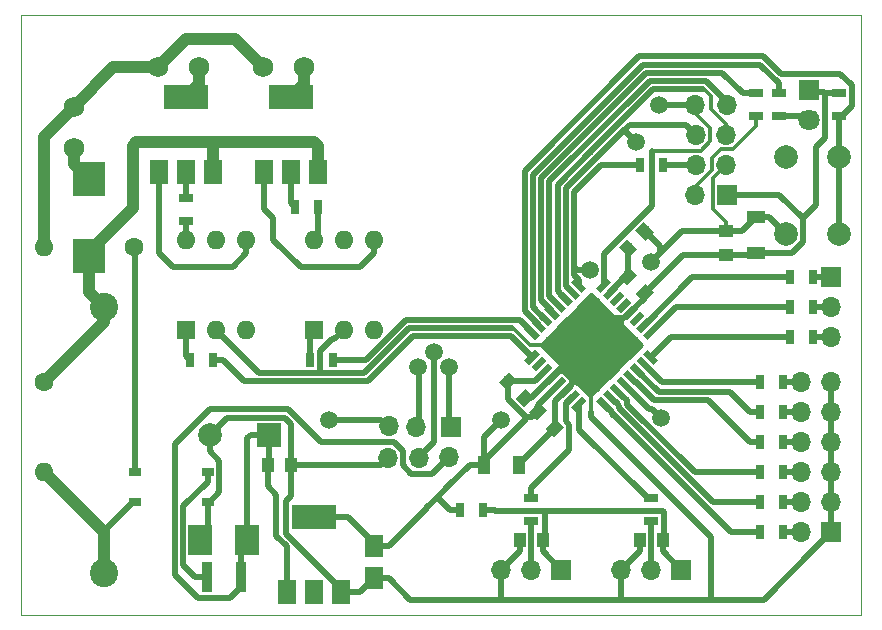
<source format=gbr>
G04 #@! TF.GenerationSoftware,KiCad,Pcbnew,(5.1.2)-1*
G04 #@! TF.CreationDate,2020-06-04T19:21:38+03:00*
G04 #@! TF.ProjectId,alpha,616c7068-612e-46b6-9963-61645f706362,rev?*
G04 #@! TF.SameCoordinates,Original*
G04 #@! TF.FileFunction,Copper,L2,Bot*
G04 #@! TF.FilePolarity,Positive*
%FSLAX46Y46*%
G04 Gerber Fmt 4.6, Leading zero omitted, Abs format (unit mm)*
G04 Created by KiCad (PCBNEW (5.1.2)-1) date 2020-06-04 19:21:38*
%MOMM*%
%LPD*%
G04 APERTURE LIST*
%ADD10C,0.050000*%
%ADD11R,0.700000X1.300000*%
%ADD12R,1.700000X1.700000*%
%ADD13O,1.700000X1.700000*%
%ADD14R,1.800000X1.800000*%
%ADD15C,1.800000*%
%ADD16C,2.000000*%
%ADD17C,1.600000*%
%ADD18O,1.600000X1.600000*%
%ADD19R,1.000000X1.250000*%
%ADD20C,1.000000*%
%ADD21C,0.100000*%
%ADD22C,2.400000*%
%ADD23R,2.000000X2.000000*%
%ADD24R,1.500000X1.950000*%
%ADD25R,1.000000X1.600000*%
%ADD26R,1.600000X1.000000*%
%ADD27R,1.250000X1.000000*%
%ADD28C,1.750000*%
%ADD29R,1.300000X0.700000*%
%ADD30C,0.558800*%
%ADD31R,1.600000X1.600000*%
%ADD32R,1.500000X2.000000*%
%ADD33R,3.800000X2.000000*%
%ADD34R,1.000000X0.640000*%
%ADD35R,1.200000X1.200000*%
%ADD36R,2.000000X2.500000*%
%ADD37R,0.900000X2.500000*%
%ADD38R,2.800000X3.000000*%
%ADD39C,1.500000*%
%ADD40C,0.300000*%
%ADD41C,0.500000*%
%ADD42C,1.000000*%
%ADD43C,0.254000*%
G04 APERTURE END LIST*
D10*
X116840000Y-121920000D02*
X116840000Y-71120000D01*
X187960000Y-121920000D02*
X116840000Y-121920000D01*
X187960000Y-71120000D02*
X187960000Y-121920000D01*
X116840000Y-71120000D02*
X187960000Y-71120000D01*
D11*
X153990000Y-113030000D03*
X155890000Y-113030000D03*
D12*
X176630000Y-86360000D03*
D13*
X176530000Y-83820000D03*
X176530000Y-81280000D03*
X176630000Y-78740000D03*
X173890000Y-78740000D03*
X173990000Y-81280000D03*
X173990000Y-83820000D03*
X173890000Y-86360000D03*
D14*
X183515000Y-77470000D03*
D15*
X183515000Y-80010000D03*
D16*
X186055000Y-89685000D03*
X181555000Y-89685000D03*
X186055000Y-83185000D03*
X181555000Y-83185000D03*
D17*
X118745000Y-102235000D03*
D18*
X118745000Y-109855000D03*
D19*
X137700000Y-109220000D03*
X139700000Y-109220000D03*
D17*
X126365000Y-90805000D03*
D18*
X118745000Y-90805000D03*
D20*
X168202893Y-93272893D03*
D21*
G36*
X168998388Y-93184505D02*
G01*
X168114505Y-94068388D01*
X167407398Y-93361281D01*
X168291281Y-92477398D01*
X168998388Y-93184505D01*
X168998388Y-93184505D01*
G37*
D20*
X169617107Y-94687107D03*
D21*
G36*
X170412602Y-94598719D02*
G01*
X169528719Y-95482602D01*
X168821612Y-94775495D01*
X169705495Y-93891612D01*
X170412602Y-94598719D01*
X170412602Y-94598719D01*
G37*
D22*
X123825000Y-118385000D03*
X123825000Y-95885000D03*
D16*
X132795000Y-106680000D03*
D23*
X137795000Y-106680000D03*
D24*
X146685000Y-118850000D03*
X146685000Y-116100000D03*
D25*
X158980000Y-109220000D03*
X155980000Y-109220000D03*
D20*
X159457107Y-103577107D03*
D21*
G36*
X158661612Y-103665495D02*
G01*
X159545495Y-102781612D01*
X160252602Y-103488719D01*
X159368719Y-104372602D01*
X158661612Y-103665495D01*
X158661612Y-103665495D01*
G37*
D20*
X158042893Y-102162893D03*
D21*
G36*
X157247398Y-102251281D02*
G01*
X158131281Y-101367398D01*
X158838388Y-102074505D01*
X157954505Y-102958388D01*
X157247398Y-102251281D01*
X157247398Y-102251281D01*
G37*
D20*
X160582893Y-104702893D03*
D21*
G36*
X159787398Y-104791281D02*
G01*
X160671281Y-103907398D01*
X161378388Y-104614505D01*
X160494505Y-105498388D01*
X159787398Y-104791281D01*
X159787398Y-104791281D01*
G37*
D20*
X161997107Y-106117107D03*
D21*
G36*
X161201612Y-106205495D02*
G01*
X162085495Y-105321612D01*
X162792602Y-106028719D01*
X161908719Y-106912602D01*
X161201612Y-106205495D01*
X161201612Y-106205495D01*
G37*
D19*
X169180000Y-115570000D03*
X171180000Y-115570000D03*
X161020000Y-115570000D03*
X159020000Y-115570000D03*
D26*
X179070000Y-88265000D03*
X179070000Y-91265000D03*
D27*
X176530000Y-89440000D03*
X176530000Y-91440000D03*
D13*
X167640000Y-118110000D03*
X170180000Y-118110000D03*
D12*
X172720000Y-118110000D03*
D13*
X157480000Y-118110000D03*
X160020000Y-118110000D03*
D12*
X162560000Y-118110000D03*
X185420000Y-93345000D03*
D13*
X185420000Y-95885000D03*
X185420000Y-98425000D03*
D28*
X121285000Y-82395000D03*
X121285000Y-78895000D03*
X131925000Y-75565000D03*
X128425000Y-75565000D03*
X137315000Y-75565000D03*
X140815000Y-75565000D03*
D20*
X168202893Y-90877107D03*
D21*
G36*
X168114505Y-90081612D02*
G01*
X168998388Y-90965495D01*
X168291281Y-91672602D01*
X167407398Y-90788719D01*
X168114505Y-90081612D01*
X168114505Y-90081612D01*
G37*
D20*
X169617107Y-89462893D03*
D21*
G36*
X169528719Y-88667398D02*
G01*
X170412602Y-89551281D01*
X169705495Y-90258388D01*
X168821612Y-89374505D01*
X169528719Y-88667398D01*
X169528719Y-88667398D01*
G37*
D29*
X186055000Y-77790000D03*
X186055000Y-79690000D03*
D11*
X179390000Y-114935000D03*
X181290000Y-114935000D03*
X181930000Y-95885000D03*
X183830000Y-95885000D03*
X179390000Y-102235000D03*
X181290000Y-102235000D03*
X179390000Y-107315000D03*
X181290000Y-107315000D03*
D29*
X160020000Y-113980000D03*
X160020000Y-112080000D03*
X179070000Y-77790000D03*
X179070000Y-79690000D03*
D11*
X171130000Y-83820000D03*
X169230000Y-83820000D03*
X181290000Y-112395000D03*
X179390000Y-112395000D03*
X183830000Y-93345000D03*
X181930000Y-93345000D03*
X183830000Y-98425000D03*
X181930000Y-98425000D03*
X181290000Y-104775000D03*
X179390000Y-104775000D03*
X181290000Y-109855000D03*
X179390000Y-109855000D03*
D29*
X170180000Y-112080000D03*
X170180000Y-113980000D03*
D11*
X131130000Y-100330000D03*
X133030000Y-100330000D03*
X141290000Y-100330000D03*
X143190000Y-100330000D03*
D29*
X130810000Y-88580000D03*
X130810000Y-86680000D03*
D11*
X141920000Y-87376000D03*
X140020000Y-87376000D03*
D30*
X164043922Y-104074575D03*
D21*
G36*
X163792475Y-104721153D02*
G01*
X163397344Y-104326022D01*
X164295369Y-103427997D01*
X164690500Y-103823128D01*
X163792475Y-104721153D01*
X163792475Y-104721153D01*
G37*
D30*
X163478166Y-103508819D03*
D21*
G36*
X163226719Y-104155397D02*
G01*
X162831588Y-103760266D01*
X163729613Y-102862241D01*
X164124744Y-103257372D01*
X163226719Y-104155397D01*
X163226719Y-104155397D01*
G37*
D30*
X162912410Y-102943063D03*
D21*
G36*
X162660963Y-103589641D02*
G01*
X162265832Y-103194510D01*
X163163857Y-102296485D01*
X163558988Y-102691616D01*
X162660963Y-103589641D01*
X162660963Y-103589641D01*
G37*
D30*
X162346653Y-102377307D03*
D21*
G36*
X162095206Y-103023885D02*
G01*
X161700075Y-102628754D01*
X162598100Y-101730729D01*
X162993231Y-102125860D01*
X162095206Y-103023885D01*
X162095206Y-103023885D01*
G37*
D30*
X161782693Y-101813347D03*
D21*
G36*
X161531246Y-102459925D02*
G01*
X161136115Y-102064794D01*
X162034140Y-101166769D01*
X162429271Y-101561900D01*
X161531246Y-102459925D01*
X161531246Y-102459925D01*
G37*
D30*
X161216937Y-101247590D03*
D21*
G36*
X160965490Y-101894168D02*
G01*
X160570359Y-101499037D01*
X161468384Y-100601012D01*
X161863515Y-100996143D01*
X160965490Y-101894168D01*
X160965490Y-101894168D01*
G37*
D30*
X160651181Y-100681834D03*
D21*
G36*
X160399734Y-101328412D02*
G01*
X160004603Y-100933281D01*
X160902628Y-100035256D01*
X161297759Y-100430387D01*
X160399734Y-101328412D01*
X160399734Y-101328412D01*
G37*
D30*
X160085425Y-100116078D03*
D21*
G36*
X159833978Y-100762656D02*
G01*
X159438847Y-100367525D01*
X160336872Y-99469500D01*
X160732003Y-99864631D01*
X159833978Y-100762656D01*
X159833978Y-100762656D01*
G37*
D30*
X160085425Y-98003922D03*
D21*
G36*
X160336872Y-98650500D02*
G01*
X159438847Y-97752475D01*
X159833978Y-97357344D01*
X160732003Y-98255369D01*
X160336872Y-98650500D01*
X160336872Y-98650500D01*
G37*
D30*
X160651181Y-97438166D03*
D21*
G36*
X160902628Y-98084744D02*
G01*
X160004603Y-97186719D01*
X160399734Y-96791588D01*
X161297759Y-97689613D01*
X160902628Y-98084744D01*
X160902628Y-98084744D01*
G37*
D30*
X161216937Y-96872410D03*
D21*
G36*
X161468384Y-97518988D02*
G01*
X160570359Y-96620963D01*
X160965490Y-96225832D01*
X161863515Y-97123857D01*
X161468384Y-97518988D01*
X161468384Y-97518988D01*
G37*
D30*
X161782693Y-96306653D03*
D21*
G36*
X162034140Y-96953231D02*
G01*
X161136115Y-96055206D01*
X161531246Y-95660075D01*
X162429271Y-96558100D01*
X162034140Y-96953231D01*
X162034140Y-96953231D01*
G37*
D30*
X162346653Y-95742693D03*
D21*
G36*
X162598100Y-96389271D02*
G01*
X161700075Y-95491246D01*
X162095206Y-95096115D01*
X162993231Y-95994140D01*
X162598100Y-96389271D01*
X162598100Y-96389271D01*
G37*
D30*
X162912410Y-95176937D03*
D21*
G36*
X163163857Y-95823515D02*
G01*
X162265832Y-94925490D01*
X162660963Y-94530359D01*
X163558988Y-95428384D01*
X163163857Y-95823515D01*
X163163857Y-95823515D01*
G37*
D30*
X163478166Y-94611181D03*
D21*
G36*
X163729613Y-95257759D02*
G01*
X162831588Y-94359734D01*
X163226719Y-93964603D01*
X164124744Y-94862628D01*
X163729613Y-95257759D01*
X163729613Y-95257759D01*
G37*
D30*
X164043922Y-94045425D03*
D21*
G36*
X164295369Y-94692003D02*
G01*
X163397344Y-93793978D01*
X163792475Y-93398847D01*
X164690500Y-94296872D01*
X164295369Y-94692003D01*
X164295369Y-94692003D01*
G37*
D30*
X166156078Y-94045425D03*
D21*
G36*
X165904631Y-94692003D02*
G01*
X165509500Y-94296872D01*
X166407525Y-93398847D01*
X166802656Y-93793978D01*
X165904631Y-94692003D01*
X165904631Y-94692003D01*
G37*
D30*
X166721834Y-94611181D03*
D21*
G36*
X166470387Y-95257759D02*
G01*
X166075256Y-94862628D01*
X166973281Y-93964603D01*
X167368412Y-94359734D01*
X166470387Y-95257759D01*
X166470387Y-95257759D01*
G37*
D30*
X167287590Y-95176937D03*
D21*
G36*
X167036143Y-95823515D02*
G01*
X166641012Y-95428384D01*
X167539037Y-94530359D01*
X167934168Y-94925490D01*
X167036143Y-95823515D01*
X167036143Y-95823515D01*
G37*
D30*
X167853347Y-95742693D03*
D21*
G36*
X167601900Y-96389271D02*
G01*
X167206769Y-95994140D01*
X168104794Y-95096115D01*
X168499925Y-95491246D01*
X167601900Y-96389271D01*
X167601900Y-96389271D01*
G37*
D30*
X168417307Y-96306653D03*
D21*
G36*
X168165860Y-96953231D02*
G01*
X167770729Y-96558100D01*
X168668754Y-95660075D01*
X169063885Y-96055206D01*
X168165860Y-96953231D01*
X168165860Y-96953231D01*
G37*
D30*
X168983063Y-96872410D03*
D21*
G36*
X168731616Y-97518988D02*
G01*
X168336485Y-97123857D01*
X169234510Y-96225832D01*
X169629641Y-96620963D01*
X168731616Y-97518988D01*
X168731616Y-97518988D01*
G37*
D30*
X169548819Y-97438166D03*
D21*
G36*
X169297372Y-98084744D02*
G01*
X168902241Y-97689613D01*
X169800266Y-96791588D01*
X170195397Y-97186719D01*
X169297372Y-98084744D01*
X169297372Y-98084744D01*
G37*
D30*
X170114575Y-98003922D03*
D21*
G36*
X169863128Y-98650500D02*
G01*
X169467997Y-98255369D01*
X170366022Y-97357344D01*
X170761153Y-97752475D01*
X169863128Y-98650500D01*
X169863128Y-98650500D01*
G37*
D30*
X170114575Y-100116078D03*
D21*
G36*
X170366022Y-100762656D02*
G01*
X169467997Y-99864631D01*
X169863128Y-99469500D01*
X170761153Y-100367525D01*
X170366022Y-100762656D01*
X170366022Y-100762656D01*
G37*
D30*
X169548819Y-100681834D03*
D21*
G36*
X169800266Y-101328412D02*
G01*
X168902241Y-100430387D01*
X169297372Y-100035256D01*
X170195397Y-100933281D01*
X169800266Y-101328412D01*
X169800266Y-101328412D01*
G37*
D30*
X168983063Y-101247590D03*
D21*
G36*
X169234510Y-101894168D02*
G01*
X168336485Y-100996143D01*
X168731616Y-100601012D01*
X169629641Y-101499037D01*
X169234510Y-101894168D01*
X169234510Y-101894168D01*
G37*
D30*
X168417307Y-101813347D03*
D21*
G36*
X168668754Y-102459925D02*
G01*
X167770729Y-101561900D01*
X168165860Y-101166769D01*
X169063885Y-102064794D01*
X168668754Y-102459925D01*
X168668754Y-102459925D01*
G37*
D30*
X167853347Y-102377307D03*
D21*
G36*
X168104794Y-103023885D02*
G01*
X167206769Y-102125860D01*
X167601900Y-101730729D01*
X168499925Y-102628754D01*
X168104794Y-103023885D01*
X168104794Y-103023885D01*
G37*
D30*
X167287590Y-102943063D03*
D21*
G36*
X167539037Y-103589641D02*
G01*
X166641012Y-102691616D01*
X167036143Y-102296485D01*
X167934168Y-103194510D01*
X167539037Y-103589641D01*
X167539037Y-103589641D01*
G37*
D30*
X166721834Y-103508819D03*
D21*
G36*
X166973281Y-104155397D02*
G01*
X166075256Y-103257372D01*
X166470387Y-102862241D01*
X167368412Y-103760266D01*
X166973281Y-104155397D01*
X166973281Y-104155397D01*
G37*
D30*
X166156078Y-104074575D03*
D21*
G36*
X166407525Y-104721153D02*
G01*
X165509500Y-103823128D01*
X165904631Y-103427997D01*
X166802656Y-104326022D01*
X166407525Y-104721153D01*
X166407525Y-104721153D01*
G37*
D31*
X130810000Y-97790000D03*
D18*
X135890000Y-90170000D03*
X133350000Y-97790000D03*
X133350000Y-90170000D03*
X135890000Y-97790000D03*
X130810000Y-90170000D03*
X141605000Y-90170000D03*
X146685000Y-97790000D03*
X144145000Y-90170000D03*
X144145000Y-97790000D03*
X146685000Y-90170000D03*
D31*
X141605000Y-97790000D03*
D32*
X143905000Y-119990000D03*
X139305000Y-119990000D03*
X141605000Y-119990000D03*
D33*
X141605000Y-113690000D03*
D32*
X133110000Y-84430000D03*
X128510000Y-84430000D03*
X130810000Y-84430000D03*
D33*
X130810000Y-78130000D03*
X139700000Y-78130000D03*
D32*
X139700000Y-84430000D03*
X137400000Y-84430000D03*
X142000000Y-84430000D03*
D34*
X132615000Y-112395000D03*
X132615000Y-109855000D03*
X126465000Y-109855000D03*
X126465000Y-112395000D03*
D13*
X182880000Y-102235000D03*
X185420000Y-102235000D03*
X182880000Y-104775000D03*
X185420000Y-104775000D03*
X182880000Y-107315000D03*
X185420000Y-107315000D03*
X182880000Y-109855000D03*
X185420000Y-109855000D03*
X182880000Y-112395000D03*
X185420000Y-112395000D03*
X182880000Y-114935000D03*
D12*
X185420000Y-114935000D03*
D35*
X183515000Y-77640000D03*
X183515000Y-79840000D03*
D29*
X180975000Y-79690000D03*
X180975000Y-77790000D03*
D36*
X131985000Y-115570000D03*
X135985000Y-115570000D03*
D13*
X147855000Y-108685000D03*
X147955000Y-105945000D03*
X150495000Y-108685000D03*
X150295000Y-106045000D03*
X153035000Y-108585000D03*
D12*
X153235000Y-106045000D03*
D37*
X132535000Y-118745000D03*
X135435000Y-118745000D03*
D38*
X122555000Y-85015000D03*
X122555000Y-91515000D03*
D39*
X157480000Y-105410000D03*
X170180000Y-92075000D03*
X150395001Y-100965000D03*
X170815000Y-78740000D03*
X170993495Y-105231505D03*
X153035000Y-100965000D03*
X168910000Y-81915000D03*
X151765000Y-99695000D03*
X142875000Y-105410000D03*
X164956078Y-92710000D03*
D40*
X161290000Y-99060000D02*
X159877889Y-99060000D01*
X159877889Y-99060000D02*
X158361444Y-97543555D01*
D41*
X168060122Y-93272893D02*
X168202893Y-93272893D01*
X166721834Y-94611181D02*
X168060122Y-93272893D01*
X168202893Y-90877107D02*
X168202893Y-93272893D01*
X185420000Y-114935000D02*
X185420000Y-112395000D01*
X185420000Y-109855000D02*
X185420000Y-112395000D01*
X185420000Y-109855000D02*
X185420000Y-107315000D01*
X185420000Y-107315000D02*
X185420000Y-102235000D01*
X167897585Y-96826375D02*
X168417307Y-96306653D01*
X167884679Y-96839281D02*
X167897585Y-96826375D01*
X166756759Y-96839281D02*
X167884679Y-96839281D01*
X162784501Y-101280719D02*
X162315321Y-101280719D01*
X163443242Y-101939460D02*
X162784501Y-101280719D01*
X163443242Y-102412231D02*
X163443242Y-101939460D01*
X162315321Y-101280719D02*
X162278020Y-101318020D01*
X162912410Y-102943063D02*
X163443242Y-102412231D01*
X161782693Y-101813347D02*
X162278020Y-101318020D01*
X162278020Y-101318020D02*
X166756759Y-96839281D01*
X160018933Y-103577107D02*
X161782693Y-101813347D01*
X159457107Y-103577107D02*
X160018933Y-103577107D01*
X161997107Y-103858366D02*
X162912410Y-102943063D01*
X161997107Y-106117107D02*
X161997107Y-103858366D01*
X158980000Y-109134214D02*
X161997107Y-106117107D01*
X158980000Y-109220000D02*
X158980000Y-109134214D01*
X157480000Y-118110000D02*
X157480000Y-120650000D01*
X167640000Y-118110000D02*
X167640000Y-120650000D01*
X169180000Y-116570000D02*
X167640000Y-118110000D01*
X169180000Y-115570000D02*
X169180000Y-116570000D01*
X159020000Y-116570000D02*
X157480000Y-118110000D01*
X159020000Y-115570000D02*
X159020000Y-116570000D01*
X169617107Y-95106853D02*
X169617107Y-94687107D01*
X168417307Y-96306653D02*
X169617107Y-95106853D01*
X183515000Y-77640000D02*
X184615000Y-77640000D01*
X184755000Y-77640000D02*
X184615000Y-77640000D01*
X184905000Y-77790000D02*
X184755000Y-77640000D01*
X186055000Y-77790000D02*
X184905000Y-77790000D01*
X132615000Y-114940000D02*
X131350000Y-116205000D01*
X139700000Y-108095000D02*
X139700000Y-109220000D01*
X139700000Y-105774998D02*
X139700000Y-108095000D01*
X139155001Y-105229999D02*
X139700000Y-105774998D01*
X134245001Y-105229999D02*
X139155001Y-105229999D01*
X132795000Y-106680000D02*
X134245001Y-105229999D01*
X143905000Y-119740000D02*
X143905000Y-119990000D01*
X139254999Y-115089999D02*
X143905000Y-119740000D01*
X139254999Y-112329999D02*
X139254999Y-115089999D01*
X139700000Y-111884998D02*
X139254999Y-112329999D01*
X139700000Y-109220000D02*
X139700000Y-111884998D01*
X145545000Y-119990000D02*
X146685000Y-118850000D01*
X143905000Y-119990000D02*
X145545000Y-119990000D01*
X149735000Y-120650000D02*
X157480000Y-120650000D01*
X147935000Y-118850000D02*
X149735000Y-120650000D01*
X146685000Y-118850000D02*
X147935000Y-118850000D01*
X157480000Y-120650000D02*
X167640000Y-120650000D01*
X184070000Y-116285000D02*
X179705000Y-120650000D01*
X184070000Y-116285000D02*
X185420000Y-114935000D01*
X172864214Y-91440000D02*
X176530000Y-91440000D01*
X169617107Y-94687107D02*
X172864214Y-91440000D01*
X178895000Y-91440000D02*
X179070000Y-91265000D01*
X176530000Y-91440000D02*
X178895000Y-91440000D01*
X181011002Y-86360000D02*
X176530000Y-86360000D01*
X183005001Y-88353999D02*
X181011002Y-86360000D01*
X184905000Y-81553998D02*
X184150000Y-82308998D01*
X184905000Y-77790000D02*
X184905000Y-81553998D01*
X184150000Y-87209000D02*
X183005001Y-88353999D01*
X184150000Y-82308998D02*
X184150000Y-87209000D01*
X147320000Y-109220000D02*
X147955000Y-108585000D01*
X139700000Y-109220000D02*
X147320000Y-109220000D01*
D40*
X163916013Y-102412231D02*
X163443242Y-101939460D01*
X164007231Y-102412231D02*
X163916013Y-102412231D01*
X165100000Y-103505000D02*
X164007231Y-102412231D01*
D41*
X165100000Y-105189998D02*
X165100000Y-104775000D01*
X175260000Y-115349998D02*
X165100000Y-105189998D01*
X175260000Y-120650000D02*
X175260000Y-115349998D01*
X179705000Y-120650000D02*
X175260000Y-120650000D01*
X175260000Y-120650000D02*
X167640000Y-120650000D01*
D40*
X165100000Y-104775000D02*
X165100000Y-103505000D01*
D41*
X132795000Y-112395000D02*
X132615000Y-112395000D01*
X133615000Y-111575000D02*
X132795000Y-112395000D01*
X133615000Y-108914213D02*
X133615000Y-111575000D01*
X132795000Y-108094213D02*
X133615000Y-108914213D01*
X132795000Y-106680000D02*
X132795000Y-108094213D01*
X132615000Y-114940000D02*
X131985000Y-115570000D01*
X132615000Y-112395000D02*
X132615000Y-114940000D01*
X183005001Y-90381001D02*
X183005001Y-88353999D01*
X182121002Y-91265000D02*
X183005001Y-90381001D01*
X179070000Y-91265000D02*
X182121002Y-91265000D01*
X149671408Y-97643556D02*
X158361444Y-97643556D01*
X145884963Y-101430001D02*
X149671408Y-97643556D01*
X142090001Y-101410001D02*
X142070001Y-101430001D01*
X142090001Y-99619997D02*
X142090001Y-101410001D01*
X143119999Y-98589999D02*
X142090001Y-99619997D01*
X143345001Y-98589999D02*
X143119999Y-98589999D01*
X144145000Y-97790000D02*
X143345001Y-98589999D01*
X142070001Y-101430001D02*
X145884963Y-101430001D01*
X136990001Y-101430001D02*
X142070001Y-101430001D01*
X133350000Y-97790000D02*
X136990001Y-101430001D01*
D42*
X123825000Y-118385000D02*
X123825000Y-115670000D01*
X123825000Y-114935000D02*
X118745000Y-109855000D01*
X123825000Y-115670000D02*
X123825000Y-114935000D01*
D41*
X123825000Y-114855000D02*
X123825000Y-114935000D01*
X126285000Y-112395000D02*
X123825000Y-114855000D01*
X126465000Y-112395000D02*
X126285000Y-112395000D01*
D42*
X133110000Y-84430000D02*
X133110000Y-82310000D01*
X126559999Y-81929999D02*
X126259999Y-82229999D01*
X133110000Y-82310000D02*
X133110000Y-82279998D01*
X133110000Y-82279998D02*
X132760001Y-81929999D01*
X142000000Y-82430000D02*
X142000000Y-84430000D01*
X142000000Y-82279998D02*
X142000000Y-82430000D01*
X141650001Y-81929999D02*
X142000000Y-82279998D01*
X131430001Y-81929999D02*
X141650001Y-81929999D01*
X131430001Y-81929999D02*
X126559999Y-81929999D01*
X132760001Y-81929999D02*
X131430001Y-81929999D01*
X126259999Y-84965999D02*
X126259999Y-83714999D01*
X126259999Y-82229999D02*
X126259999Y-83714999D01*
X123825000Y-97155000D02*
X118745000Y-102235000D01*
X123825000Y-95885000D02*
X123825000Y-97155000D01*
X122555000Y-91210998D02*
X122555000Y-91515000D01*
X126259999Y-87505999D02*
X122555000Y-91210998D01*
X126259999Y-83714999D02*
X126259999Y-87505999D01*
X122555000Y-94615000D02*
X123825000Y-95885000D01*
X122555000Y-91515000D02*
X122555000Y-94615000D01*
D41*
X136295000Y-106680000D02*
X137795000Y-106680000D01*
X135985000Y-106990000D02*
X136295000Y-106680000D01*
X135985000Y-116205000D02*
X135985000Y-106990000D01*
X137795000Y-109125000D02*
X137700000Y-109220000D01*
X137795000Y-106680000D02*
X137795000Y-109125000D01*
X137700000Y-111030000D02*
X137700000Y-109220000D01*
X138430000Y-111760000D02*
X137700000Y-111030000D01*
X138430000Y-115254963D02*
X138430000Y-111760000D01*
X139305000Y-119990000D02*
X139305000Y-116129963D01*
X139305000Y-116129963D02*
X138430000Y-115254963D01*
X160582893Y-104141067D02*
X160582893Y-104702893D01*
X162346653Y-102377307D02*
X160582893Y-104141067D01*
X160301634Y-102162893D02*
X158042893Y-102162893D01*
X161216937Y-101247590D02*
X160301634Y-102162893D01*
X160070242Y-105215544D02*
X160582893Y-104702893D01*
X159575250Y-105215544D02*
X160070242Y-105215544D01*
X158042893Y-103683187D02*
X159575250Y-105215544D01*
X158042893Y-102162893D02*
X158042893Y-103683187D01*
X159575250Y-105324750D02*
X159575250Y-105215544D01*
X155980000Y-108920000D02*
X159575250Y-105324750D01*
X155980000Y-109220000D02*
X155980000Y-108920000D01*
X186110000Y-82400000D02*
X186110000Y-83814213D01*
X171180000Y-116570000D02*
X172720000Y-118110000D01*
X171180000Y-115570000D02*
X171180000Y-116570000D01*
X161020000Y-116570000D02*
X162560000Y-118110000D01*
X161020000Y-115570000D02*
X161020000Y-116570000D01*
X135890000Y-91301370D02*
X135890000Y-90170000D01*
X128510000Y-84430000D02*
X128510000Y-91274002D01*
X128510000Y-91274002D02*
X129705999Y-92470001D01*
X129705999Y-92470001D02*
X134721369Y-92470001D01*
X134721369Y-92470001D02*
X135890000Y-91301370D01*
X130810000Y-86680000D02*
X130810000Y-84430000D01*
X139700000Y-87056000D02*
X139700000Y-84430000D01*
X140020000Y-87376000D02*
X139700000Y-87056000D01*
X137400000Y-87584441D02*
X137400000Y-86430000D01*
X146685000Y-90170000D02*
X146685000Y-91301370D01*
X138190001Y-88374442D02*
X137400000Y-87584441D01*
X146685000Y-91301370D02*
X145516369Y-92470001D01*
X145516369Y-92470001D02*
X140500999Y-92470001D01*
X137400000Y-86430000D02*
X137400000Y-84430000D01*
X140500999Y-92470001D02*
X138190001Y-90159003D01*
X138190001Y-90159003D02*
X138190001Y-88374442D01*
X170180000Y-113980000D02*
X170180000Y-118110000D01*
X160020000Y-113980000D02*
X160020000Y-118110000D01*
X185420000Y-93345000D02*
X183830000Y-93345000D01*
X185420000Y-95885000D02*
X183830000Y-95885000D01*
X185420000Y-98425000D02*
X183830000Y-98425000D01*
X182880000Y-102235000D02*
X181290000Y-102235000D01*
X182880000Y-104775000D02*
X181290000Y-104775000D01*
X182880000Y-107315000D02*
X181290000Y-107315000D01*
X182880000Y-114935000D02*
X181290000Y-114935000D01*
X182880000Y-112395000D02*
X181290000Y-112395000D01*
X182880000Y-109855000D02*
X181290000Y-109855000D01*
X146685000Y-115875000D02*
X146685000Y-116100000D01*
X144500000Y-113690000D02*
X146685000Y-115875000D01*
X141605000Y-113690000D02*
X144500000Y-113690000D01*
X147935000Y-116100000D02*
X146685000Y-116100000D01*
X171280001Y-113269999D02*
X171190001Y-113179999D01*
X171280001Y-115199999D02*
X171280001Y-113269999D01*
X171180000Y-115300000D02*
X171280001Y-115199999D01*
X171180000Y-115570000D02*
X171180000Y-115300000D01*
X161140001Y-115324999D02*
X161140001Y-113179999D01*
X161020000Y-115445000D02*
X161140001Y-115324999D01*
X161020000Y-115570000D02*
X161020000Y-115445000D01*
X151220001Y-112814999D02*
X151067500Y-112967500D01*
X151067500Y-112967500D02*
X147935000Y-116100000D01*
X154815000Y-109220000D02*
X155980000Y-109220000D01*
X152972500Y-111062500D02*
X154815000Y-109220000D01*
X155980000Y-109220000D02*
X155980000Y-106910000D01*
X155980000Y-106910000D02*
X157480000Y-105410000D01*
X170929999Y-90775785D02*
X170887107Y-90732893D01*
X170929999Y-91325001D02*
X170929999Y-90775785D01*
X170180000Y-92075000D02*
X170929999Y-91325001D01*
X169617107Y-89462893D02*
X170887107Y-90732893D01*
X177895000Y-89440000D02*
X179070000Y-88265000D01*
X176530000Y-89440000D02*
X177895000Y-89440000D01*
X172815000Y-89440000D02*
X176530000Y-89440000D01*
X170180000Y-92075000D02*
X172815000Y-89440000D01*
X152125000Y-112015000D02*
X152020000Y-112015000D01*
X153140000Y-113030000D02*
X152125000Y-112015000D01*
X153990000Y-113030000D02*
X153140000Y-113030000D01*
X151220001Y-112814999D02*
X152020000Y-112015000D01*
X152020000Y-112015000D02*
X152972500Y-111062500D01*
D40*
X176530000Y-88640000D02*
X176530000Y-89440000D01*
X175429999Y-87539999D02*
X176530000Y-88640000D01*
X175429999Y-84920001D02*
X175429999Y-87539999D01*
X176530000Y-83820000D02*
X175429999Y-84920001D01*
D41*
X180135000Y-88265000D02*
X181555000Y-89685000D01*
X179070000Y-88265000D02*
X180135000Y-88265000D01*
D42*
X131925000Y-77015000D02*
X130810000Y-78130000D01*
X131925000Y-75565000D02*
X131925000Y-77015000D01*
X140815000Y-77015000D02*
X139700000Y-78130000D01*
X140815000Y-75565000D02*
X140815000Y-77015000D01*
X121285000Y-83745000D02*
X122555000Y-85015000D01*
X121285000Y-82395000D02*
X121285000Y-83745000D01*
D40*
X179070000Y-80340000D02*
X179070000Y-79690000D01*
X179070000Y-80516002D02*
X179070000Y-80340000D01*
X177106001Y-82480001D02*
X179070000Y-80516002D01*
X176093997Y-82480001D02*
X177106001Y-82480001D01*
X175329999Y-84256003D02*
X175329999Y-83243999D01*
X173990000Y-85596002D02*
X175329999Y-84256003D01*
X175329999Y-83243999D02*
X176093997Y-82480001D01*
X173990000Y-86360000D02*
X173990000Y-85596002D01*
D41*
X171130000Y-83820000D02*
X173990000Y-83820000D01*
X176530000Y-78466036D02*
X176530000Y-78740000D01*
X174803954Y-76739989D02*
X176530000Y-78466036D01*
X170049046Y-76739989D02*
X174803954Y-76739989D01*
X161547314Y-85241721D02*
X170049046Y-76739989D01*
X162346653Y-95742693D02*
X161547314Y-94943354D01*
X161547314Y-94943354D02*
X161547314Y-85241721D01*
X174514001Y-77439999D02*
X170338999Y-77439999D01*
D40*
X174544002Y-77470000D02*
X174514001Y-77439999D01*
X174685423Y-77470000D02*
X174544002Y-77470000D01*
X175260000Y-78044577D02*
X174685423Y-77470000D01*
X175260000Y-79146002D02*
X175260000Y-78044577D01*
X176530000Y-81280000D02*
X176530000Y-80416002D01*
X176530000Y-80416002D02*
X175260000Y-79146002D01*
D41*
X162247324Y-85531674D02*
X165164499Y-82614499D01*
X162247324Y-94511851D02*
X162247324Y-85531674D01*
X162912410Y-95176937D02*
X162247324Y-94511851D01*
X170338999Y-77439999D02*
X165164499Y-82614499D01*
X165164499Y-82614499D02*
X164969980Y-82809018D01*
D42*
X118745000Y-81435000D02*
X121285000Y-78895000D01*
X118745000Y-90805000D02*
X118745000Y-81435000D01*
X129299999Y-74690001D02*
X128425000Y-75565000D01*
X130800001Y-73189999D02*
X129299999Y-74690001D01*
X134939999Y-73189999D02*
X130800001Y-73189999D01*
X137315000Y-75565000D02*
X134939999Y-73189999D01*
X124615000Y-75565000D02*
X121285000Y-78895000D01*
X128425000Y-75565000D02*
X124615000Y-75565000D01*
D41*
X186195001Y-76119999D02*
X181144961Y-76119999D01*
X187155001Y-77079999D02*
X186195001Y-76119999D01*
X187155001Y-78889999D02*
X187155001Y-77079999D01*
X186055000Y-79690000D02*
X186355000Y-79690000D01*
X186355000Y-79690000D02*
X187155001Y-78889999D01*
X160651181Y-97396584D02*
X160651181Y-97438166D01*
X159447284Y-96192687D02*
X160651181Y-97396584D01*
X159447284Y-84371862D02*
X159447284Y-96192687D01*
X169179187Y-74639959D02*
X159447284Y-84371862D01*
X181144961Y-76119999D02*
X179664922Y-74639959D01*
X179664922Y-74639959D02*
X169179187Y-74639959D01*
X186055000Y-89685000D02*
X186055000Y-83185000D01*
X186055000Y-79690000D02*
X186055000Y-83185000D01*
X178540000Y-114935000D02*
X179390000Y-114935000D01*
X176941063Y-114935000D02*
X168275000Y-106268937D01*
X178540000Y-114935000D02*
X176941063Y-114935000D01*
X166725968Y-104594297D02*
X166725968Y-104719906D01*
X166156078Y-104074575D02*
X166675800Y-104594297D01*
X166675800Y-104594297D02*
X166725968Y-104594297D01*
X167528030Y-105521968D02*
X167528032Y-105521968D01*
X166725968Y-104719906D02*
X167528030Y-105521968D01*
X168275000Y-106268937D02*
X167528032Y-105521968D01*
X167528032Y-105521968D02*
X166893032Y-104886969D01*
X172233497Y-95885000D02*
X170114575Y-98003922D01*
X181930000Y-95885000D02*
X172233497Y-95885000D01*
X171101985Y-102235000D02*
X169548819Y-100681834D01*
X179390000Y-102235000D02*
X171101985Y-102235000D01*
X178540000Y-107315000D02*
X179390000Y-107315000D01*
X168937029Y-102333069D02*
X168417307Y-101813347D01*
X170385458Y-103781498D02*
X168937029Y-102333069D01*
X175006498Y-103781498D02*
X170385458Y-103781498D01*
X178540000Y-107315000D02*
X175006498Y-103781498D01*
X160020000Y-111230000D02*
X160020000Y-112080000D01*
X163242612Y-108007388D02*
X160020000Y-111230000D01*
X163242612Y-105842318D02*
X163242612Y-108007388D01*
X162947334Y-105547040D02*
X163242612Y-105842318D01*
X162947334Y-104039651D02*
X162947334Y-105547040D01*
X163478166Y-103508819D02*
X162947334Y-104039651D01*
X177920000Y-77790000D02*
X176169979Y-76039979D01*
X179070000Y-77790000D02*
X177920000Y-77790000D01*
X176169979Y-76039979D02*
X169759093Y-76039979D01*
X169759093Y-76039979D02*
X160847304Y-84951768D01*
X160847304Y-84951768D02*
X160847304Y-95274888D01*
X161782693Y-96210277D02*
X161782693Y-96306653D01*
X160847304Y-95274888D02*
X161782693Y-96210277D01*
X167241556Y-104028541D02*
X166721834Y-103508819D01*
X167425978Y-104212963D02*
X167241556Y-104028541D01*
X167425978Y-104429953D02*
X167425978Y-104212963D01*
X175391026Y-112395000D02*
X167425978Y-104429953D01*
X179390000Y-112395000D02*
X175391026Y-112395000D01*
X173641985Y-93345000D02*
X169548819Y-97438166D01*
X181930000Y-93345000D02*
X173641985Y-93345000D01*
X171805653Y-98425000D02*
X170114575Y-100116078D01*
X181930000Y-98425000D02*
X171805653Y-98425000D01*
X170816961Y-103081488D02*
X168983063Y-101247590D01*
X176846488Y-103081488D02*
X170816961Y-103081488D01*
X179390000Y-104775000D02*
X178540000Y-104775000D01*
X178540000Y-104775000D02*
X176846488Y-103081488D01*
X179390000Y-109468960D02*
X179390000Y-109855000D01*
X167807312Y-103462785D02*
X167287590Y-102943063D01*
X168125988Y-103781461D02*
X167807312Y-103462785D01*
X168125988Y-104140000D02*
X168125988Y-103781461D01*
X173840988Y-109855000D02*
X168125988Y-104140000D01*
X179390000Y-109855000D02*
X173840988Y-109855000D01*
X169880000Y-112080000D02*
X170180000Y-112080000D01*
X164043922Y-106243922D02*
X169880000Y-112080000D01*
X164043922Y-104074575D02*
X164043922Y-106243922D01*
X130810000Y-100010000D02*
X131130000Y-100330000D01*
X130810000Y-97790000D02*
X130810000Y-100010000D01*
X146174915Y-102130011D02*
X149961360Y-98343566D01*
X135680011Y-102130011D02*
X146174915Y-102130011D01*
X133030000Y-100330000D02*
X133880000Y-100330000D01*
X133880000Y-100330000D02*
X135680011Y-102130011D01*
X158312913Y-98343566D02*
X160085425Y-100116078D01*
X149961360Y-98343566D02*
X158312913Y-98343566D01*
X141290000Y-98105000D02*
X141605000Y-97790000D01*
X141290000Y-100330000D02*
X141290000Y-98105000D01*
X144040000Y-100330000D02*
X143190000Y-100330000D01*
X145995002Y-100330000D02*
X144040000Y-100330000D01*
X149381456Y-96943546D02*
X145995002Y-100330000D01*
X159025049Y-96943546D02*
X149381456Y-96943546D01*
X160085425Y-98003922D02*
X159025049Y-96943546D01*
X130810000Y-90170000D02*
X130810000Y-88580000D01*
X141920000Y-89855000D02*
X141605000Y-90170000D01*
X141920000Y-87376000D02*
X141920000Y-89855000D01*
X132615000Y-110675000D02*
X132615000Y-109855000D01*
X130534999Y-112755001D02*
X132615000Y-110675000D01*
X130534999Y-117694999D02*
X130534999Y-112755001D01*
X131585000Y-118745000D02*
X130534999Y-117694999D01*
X132535000Y-118745000D02*
X131585000Y-118745000D01*
X126465000Y-90905000D02*
X126365000Y-90805000D01*
X126465000Y-109855000D02*
X126465000Y-90905000D01*
X183365000Y-79690000D02*
X183515000Y-79840000D01*
X181610000Y-79690000D02*
X183365000Y-79690000D01*
X161116969Y-96872410D02*
X161216937Y-96872410D01*
X180975000Y-76940000D02*
X179374969Y-75339969D01*
X180975000Y-77790000D02*
X180975000Y-76940000D01*
X179374969Y-75339969D02*
X169469140Y-75339969D01*
X169469140Y-75339969D02*
X160147294Y-84661815D01*
X160147294Y-84661815D02*
X160147294Y-95902735D01*
X160147294Y-95902735D02*
X161116969Y-96872410D01*
X166156078Y-93550294D02*
X166156078Y-94045425D01*
X166156078Y-91403628D02*
X166156078Y-93550294D01*
X170249999Y-87309707D02*
X166156078Y-91403628D01*
X150495000Y-101064999D02*
X150395001Y-100965000D01*
X150495000Y-106045000D02*
X150495000Y-101064999D01*
D40*
X175190001Y-81856001D02*
X174426003Y-82619999D01*
X175190001Y-80703999D02*
X175190001Y-81856001D01*
X173990000Y-79503998D02*
X175190001Y-80703999D01*
X174426003Y-82619999D02*
X170249999Y-82619999D01*
X173990000Y-78740000D02*
X173990000Y-79503998D01*
D41*
X170249999Y-82619999D02*
X170249999Y-87309707D01*
X170815000Y-78740000D02*
X173990000Y-78740000D01*
X169957545Y-104481505D02*
X167853347Y-102377307D01*
X170993495Y-105231505D02*
X170243496Y-104481506D01*
X170243496Y-104481506D02*
X169957545Y-104481505D01*
X153035000Y-106045000D02*
X153035000Y-100965000D01*
X173140001Y-80430001D02*
X173990000Y-81280000D01*
X168338959Y-80430001D02*
X170394999Y-80430001D01*
X162947334Y-94080349D02*
X162947334Y-85821626D01*
X163478166Y-94611181D02*
X162947334Y-94080349D01*
X169885263Y-80430001D02*
X170394999Y-80430001D01*
X170394999Y-80430001D02*
X173140001Y-80430001D01*
X168160001Y-81165001D02*
X167881980Y-80886980D01*
X168910000Y-81915000D02*
X168160001Y-81165001D01*
X162947334Y-85821626D02*
X167881980Y-80886980D01*
X167881980Y-80886980D02*
X168338959Y-80430001D01*
X150495000Y-108585000D02*
X151765000Y-107315000D01*
X151765000Y-107315000D02*
X151765000Y-99695000D01*
X147320000Y-105410000D02*
X147955000Y-106045000D01*
X142875000Y-105410000D02*
X147320000Y-105410000D01*
X164043922Y-93550294D02*
X163647344Y-93153716D01*
X164043922Y-94045425D02*
X164043922Y-93550294D01*
X165938922Y-83820000D02*
X169230000Y-83820000D01*
X163647344Y-86111578D02*
X165938922Y-83820000D01*
X163712762Y-92527344D02*
X163647344Y-92527344D01*
X163895418Y-92710000D02*
X163712762Y-92527344D01*
X164956078Y-92710000D02*
X163895418Y-92710000D01*
X163647344Y-93153716D02*
X163647344Y-92527344D01*
X163647344Y-92527344D02*
X163647344Y-86111578D01*
X135435000Y-116120000D02*
X135985000Y-115570000D01*
X135435000Y-118745000D02*
X135435000Y-116120000D01*
X134485000Y-120495000D02*
X135435000Y-119545000D01*
X131774998Y-120495000D02*
X134485000Y-120495000D01*
X129834989Y-118554991D02*
X131774998Y-120495000D01*
X129834989Y-107494009D02*
X129834989Y-118554991D01*
X132799009Y-104529989D02*
X129834989Y-107494009D01*
X139444954Y-104529989D02*
X132799009Y-104529989D01*
X135435000Y-119545000D02*
X135435000Y-118745000D01*
X148409002Y-107315000D02*
X142229965Y-107315000D01*
X149155001Y-108060999D02*
X148409002Y-107315000D01*
X149155001Y-109269003D02*
X149155001Y-108060999D01*
X142229965Y-107315000D02*
X139444954Y-104529989D01*
X149870999Y-109985001D02*
X149155001Y-109269003D01*
X151634999Y-109985001D02*
X149870999Y-109985001D01*
X153035000Y-108585000D02*
X151634999Y-109985001D01*
X161439999Y-113179999D02*
X156994999Y-113179999D01*
X161439999Y-113179999D02*
X161140001Y-113179999D01*
X171190001Y-113179999D02*
X161439999Y-113179999D01*
X156845000Y-113030000D02*
X155890000Y-113030000D01*
X156994999Y-113179999D02*
X156845000Y-113030000D01*
D43*
G36*
X165453446Y-95143188D02*
G01*
X165547161Y-95220098D01*
X165624071Y-95313813D01*
X166019202Y-95708944D01*
X166112917Y-95785854D01*
X166189827Y-95879569D01*
X166584958Y-96274700D01*
X166678676Y-96351612D01*
X166755584Y-96445325D01*
X167150715Y-96840456D01*
X167244953Y-96917795D01*
X167317226Y-97002623D01*
X167436343Y-97002623D01*
X167477418Y-97015083D01*
X167601900Y-97027343D01*
X167708957Y-97016799D01*
X167698413Y-97123857D01*
X167710673Y-97248339D01*
X167721337Y-97283493D01*
X167721337Y-97406734D01*
X167807233Y-97479917D01*
X167885300Y-97575042D01*
X168280431Y-97970173D01*
X168374146Y-98047083D01*
X168451056Y-98140798D01*
X168846187Y-98535929D01*
X168939902Y-98612839D01*
X169016812Y-98706554D01*
X169370258Y-99060000D01*
X169016812Y-99413446D01*
X168939902Y-99507161D01*
X168846187Y-99584071D01*
X168451056Y-99979202D01*
X168374146Y-100072917D01*
X168280431Y-100149827D01*
X167885300Y-100544958D01*
X167808388Y-100638676D01*
X167714675Y-100715584D01*
X167319544Y-101110715D01*
X167243444Y-101203444D01*
X167150715Y-101279544D01*
X166755584Y-101674675D01*
X166678676Y-101768388D01*
X166584958Y-101845300D01*
X166189827Y-102240431D01*
X166112917Y-102334146D01*
X166019202Y-102411056D01*
X165624071Y-102806187D01*
X165547161Y-102899902D01*
X165453446Y-102976812D01*
X165100000Y-103330258D01*
X164746554Y-102976812D01*
X164652839Y-102899902D01*
X164575929Y-102806187D01*
X164180798Y-102411056D01*
X164085676Y-102332992D01*
X164012491Y-102247093D01*
X163889249Y-102247093D01*
X163854095Y-102236429D01*
X163729613Y-102224169D01*
X163620563Y-102234909D01*
X163631303Y-102125860D01*
X163619043Y-102001378D01*
X163608380Y-101966227D01*
X163608380Y-101842982D01*
X163522478Y-101769794D01*
X163444416Y-101674675D01*
X163049285Y-101279544D01*
X162955047Y-101202205D01*
X162882774Y-101117377D01*
X162763657Y-101117377D01*
X162722582Y-101104917D01*
X162598100Y-101092657D01*
X162491043Y-101103201D01*
X162501587Y-100996143D01*
X162489327Y-100871661D01*
X162478663Y-100836507D01*
X162478663Y-100713266D01*
X162392767Y-100640083D01*
X162314700Y-100544958D01*
X161919569Y-100149827D01*
X161825854Y-100072917D01*
X161748944Y-99979202D01*
X161353813Y-99584071D01*
X161260098Y-99507161D01*
X161183188Y-99413446D01*
X160829742Y-99060000D01*
X161183188Y-98706554D01*
X161260098Y-98612839D01*
X161353813Y-98535929D01*
X161748944Y-98140798D01*
X161825854Y-98047083D01*
X161919569Y-97970173D01*
X162314700Y-97575042D01*
X162391612Y-97481324D01*
X162485325Y-97404416D01*
X162880456Y-97009285D01*
X162956556Y-96916556D01*
X163049285Y-96840456D01*
X163444416Y-96445325D01*
X163521324Y-96351612D01*
X163615042Y-96274700D01*
X164010173Y-95879569D01*
X164087083Y-95785854D01*
X164180798Y-95708944D01*
X164575929Y-95313813D01*
X164652839Y-95220098D01*
X164746554Y-95143188D01*
X165100000Y-94789742D01*
X165453446Y-95143188D01*
X165453446Y-95143188D01*
G37*
X165453446Y-95143188D02*
X165547161Y-95220098D01*
X165624071Y-95313813D01*
X166019202Y-95708944D01*
X166112917Y-95785854D01*
X166189827Y-95879569D01*
X166584958Y-96274700D01*
X166678676Y-96351612D01*
X166755584Y-96445325D01*
X167150715Y-96840456D01*
X167244953Y-96917795D01*
X167317226Y-97002623D01*
X167436343Y-97002623D01*
X167477418Y-97015083D01*
X167601900Y-97027343D01*
X167708957Y-97016799D01*
X167698413Y-97123857D01*
X167710673Y-97248339D01*
X167721337Y-97283493D01*
X167721337Y-97406734D01*
X167807233Y-97479917D01*
X167885300Y-97575042D01*
X168280431Y-97970173D01*
X168374146Y-98047083D01*
X168451056Y-98140798D01*
X168846187Y-98535929D01*
X168939902Y-98612839D01*
X169016812Y-98706554D01*
X169370258Y-99060000D01*
X169016812Y-99413446D01*
X168939902Y-99507161D01*
X168846187Y-99584071D01*
X168451056Y-99979202D01*
X168374146Y-100072917D01*
X168280431Y-100149827D01*
X167885300Y-100544958D01*
X167808388Y-100638676D01*
X167714675Y-100715584D01*
X167319544Y-101110715D01*
X167243444Y-101203444D01*
X167150715Y-101279544D01*
X166755584Y-101674675D01*
X166678676Y-101768388D01*
X166584958Y-101845300D01*
X166189827Y-102240431D01*
X166112917Y-102334146D01*
X166019202Y-102411056D01*
X165624071Y-102806187D01*
X165547161Y-102899902D01*
X165453446Y-102976812D01*
X165100000Y-103330258D01*
X164746554Y-102976812D01*
X164652839Y-102899902D01*
X164575929Y-102806187D01*
X164180798Y-102411056D01*
X164085676Y-102332992D01*
X164012491Y-102247093D01*
X163889249Y-102247093D01*
X163854095Y-102236429D01*
X163729613Y-102224169D01*
X163620563Y-102234909D01*
X163631303Y-102125860D01*
X163619043Y-102001378D01*
X163608380Y-101966227D01*
X163608380Y-101842982D01*
X163522478Y-101769794D01*
X163444416Y-101674675D01*
X163049285Y-101279544D01*
X162955047Y-101202205D01*
X162882774Y-101117377D01*
X162763657Y-101117377D01*
X162722582Y-101104917D01*
X162598100Y-101092657D01*
X162491043Y-101103201D01*
X162501587Y-100996143D01*
X162489327Y-100871661D01*
X162478663Y-100836507D01*
X162478663Y-100713266D01*
X162392767Y-100640083D01*
X162314700Y-100544958D01*
X161919569Y-100149827D01*
X161825854Y-100072917D01*
X161748944Y-99979202D01*
X161353813Y-99584071D01*
X161260098Y-99507161D01*
X161183188Y-99413446D01*
X160829742Y-99060000D01*
X161183188Y-98706554D01*
X161260098Y-98612839D01*
X161353813Y-98535929D01*
X161748944Y-98140798D01*
X161825854Y-98047083D01*
X161919569Y-97970173D01*
X162314700Y-97575042D01*
X162391612Y-97481324D01*
X162485325Y-97404416D01*
X162880456Y-97009285D01*
X162956556Y-96916556D01*
X163049285Y-96840456D01*
X163444416Y-96445325D01*
X163521324Y-96351612D01*
X163615042Y-96274700D01*
X164010173Y-95879569D01*
X164087083Y-95785854D01*
X164180798Y-95708944D01*
X164575929Y-95313813D01*
X164652839Y-95220098D01*
X164746554Y-95143188D01*
X165100000Y-94789742D01*
X165453446Y-95143188D01*
M02*

</source>
